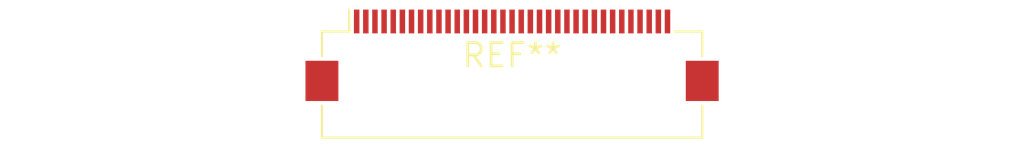
<source format=kicad_pcb>
(kicad_pcb (version 20240108) (generator pcbnew)
  (layers (0 "F.Cu" signal) (31 "B.Cu" signal) (34 "B.Paste" user) (35 "F.Paste" user) (36 "B.SilkS" user "B.Silkscreen") (37 "F.SilkS" user "F.Silkscreen") (38 "B.Mask" user) (39 "F.Mask" user) (44 "Edge.Cuts" user))
  (net 0 "")
  (footprint "Hirose_FH12-35S-0.5SH_1x35-1MP_P0.50mm_Horizontal" (layer "F.Cu") (at 0 0)
    (property "Reference" "REF**")
    (property "Value" "Hirose_FH12-35S-0.5SH_1x35-1MP_P0.50mm_Horizontal")
    (fp_line (start -10.4 -1.3) (end -10.4 0.04) (layer "F.SilkS") (stroke (width 0.12)))
    (fp_line (start -10.4 2.76) (end -10.4 4.5) (layer "F.SilkS") (stroke (width 0.12)))
    (fp_line (start -10.4 4.5) (end 10.4 4.5) (layer "F.SilkS") (stroke (width 0.12)))
    (fp_line (start -8.91 -1.3) (end -10.4 -1.3) (layer "F.SilkS") (stroke (width 0.12)))
    (fp_line (start -8.91 -1.3) (end -8.91 -2.5) (layer "F.SilkS") (stroke (width 0.12)))
    (fp_line (start 8.91 -1.3) (end 10.4 -1.3) (layer "F.SilkS") (stroke (width 0.12)))
    (fp_line (start 10.4 -1.3) (end 10.4 0.04) (layer "F.SilkS") (stroke (width 0.12)))
    (fp_line (start 10.4 4.5) (end 10.4 2.76) (layer "F.SilkS") (stroke (width 0.12)))
    (pad "1" smd rect (at -8.5 -1.85) (size 0.3 1.3) (layers "F.Cu" "F.Paste" "F.Mask"))
    (pad "2" smd rect (at -8 -1.85) (size 0.3 1.3) (layers "F.Cu" "F.Paste" "F.Mask"))
    (pad "3" smd rect (at -7.5 -1.85) (size 0.3 1.3) (layers "F.Cu" "F.Paste" "F.Mask"))
    (pad "4" smd rect (at -7 -1.85) (size 0.3 1.3) (layers "F.Cu" "F.Paste" "F.Mask"))
    (pad "5" smd rect (at -6.5 -1.85) (size 0.3 1.3) (layers "F.Cu" "F.Paste" "F.Mask"))
    (pad "6" smd rect (at -6 -1.85) (size 0.3 1.3) (layers "F.Cu" "F.Paste" "F.Mask"))
    (pad "7" smd rect (at -5.5 -1.85) (size 0.3 1.3) (layers "F.Cu" "F.Paste" "F.Mask"))
    (pad "8" smd rect (at -5 -1.85) (size 0.3 1.3) (layers "F.Cu" "F.Paste" "F.Mask"))
    (pad "9" smd rect (at -4.5 -1.85) (size 0.3 1.3) (layers "F.Cu" "F.Paste" "F.Mask"))
    (pad "10" smd rect (at -4 -1.85) (size 0.3 1.3) (layers "F.Cu" "F.Paste" "F.Mask"))
    (pad "11" smd rect (at -3.5 -1.85) (size 0.3 1.3) (layers "F.Cu" "F.Paste" "F.Mask"))
    (pad "12" smd rect (at -3 -1.85) (size 0.3 1.3) (layers "F.Cu" "F.Paste" "F.Mask"))
    (pad "13" smd rect (at -2.5 -1.85) (size 0.3 1.3) (layers "F.Cu" "F.Paste" "F.Mask"))
    (pad "14" smd rect (at -2 -1.85) (size 0.3 1.3) (layers "F.Cu" "F.Paste" "F.Mask"))
    (pad "15" smd rect (at -1.5 -1.85) (size 0.3 1.3) (layers "F.Cu" "F.Paste" "F.Mask"))
    (pad "16" smd rect (at -1 -1.85) (size 0.3 1.3) (layers "F.Cu" "F.Paste" "F.Mask"))
    (pad "17" smd rect (at -0.5 -1.85) (size 0.3 1.3) (layers "F.Cu" "F.Paste" "F.Mask"))
    (pad "18" smd rect (at 0 -1.85) (size 0.3 1.3) (layers "F.Cu" "F.Paste" "F.Mask"))
    (pad "19" smd rect (at 0.5 -1.85) (size 0.3 1.3) (layers "F.Cu" "F.Paste" "F.Mask"))
    (pad "20" smd rect (at 1 -1.85) (size 0.3 1.3) (layers "F.Cu" "F.Paste" "F.Mask"))
    (pad "21" smd rect (at 1.5 -1.85) (size 0.3 1.3) (layers "F.Cu" "F.Paste" "F.Mask"))
    (pad "22" smd rect (at 2 -1.85) (size 0.3 1.3) (layers "F.Cu" "F.Paste" "F.Mask"))
    (pad "23" smd rect (at 2.5 -1.85) (size 0.3 1.3) (layers "F.Cu" "F.Paste" "F.Mask"))
    (pad "24" smd rect (at 3 -1.85) (size 0.3 1.3) (layers "F.Cu" "F.Paste" "F.Mask"))
    (pad "25" smd rect (at 3.5 -1.85) (size 0.3 1.3) (layers "F.Cu" "F.Paste" "F.Mask"))
    (pad "26" smd rect (at 4 -1.85) (size 0.3 1.3) (layers "F.Cu" "F.Paste" "F.Mask"))
    (pad "27" smd rect (at 4.5 -1.85) (size 0.3 1.3) (layers "F.Cu" "F.Paste" "F.Mask"))
    (pad "28" smd rect (at 5 -1.85) (size 0.3 1.3) (layers "F.Cu" "F.Paste" "F.Mask"))
    (pad "29" smd rect (at 5.5 -1.85) (size 0.3 1.3) (layers "F.Cu" "F.Paste" "F.Mask"))
    (pad "30" smd rect (at 6 -1.85) (size 0.3 1.3) (layers "F.Cu" "F.Paste" "F.Mask"))
    (pad "31" smd rect (at 6.5 -1.85) (size 0.3 1.3) (layers "F.Cu" "F.Paste" "F.Mask"))
    (pad "32" smd rect (at 7 -1.85) (size 0.3 1.3) (layers "F.Cu" "F.Paste" "F.Mask"))
    (pad "33" smd rect (at 7.5 -1.85) (size 0.3 1.3) (layers "F.Cu" "F.Paste" "F.Mask"))
    (pad "34" smd rect (at 8 -1.85) (size 0.3 1.3) (layers "F.Cu" "F.Paste" "F.Mask"))
    (pad "35" smd rect (at 8.5 -1.85) (size 0.3 1.3) (layers "F.Cu" "F.Paste" "F.Mask"))
    (pad "MP" smd rect (at -10.4 1.4) (size 1.8 2.2) (layers "F.Cu" "F.Paste" "F.Mask"))
    (pad "MP" smd rect (at 10.4 1.4) (size 1.8 2.2) (layers "F.Cu" "F.Paste" "F.Mask"))
  )
)
</source>
